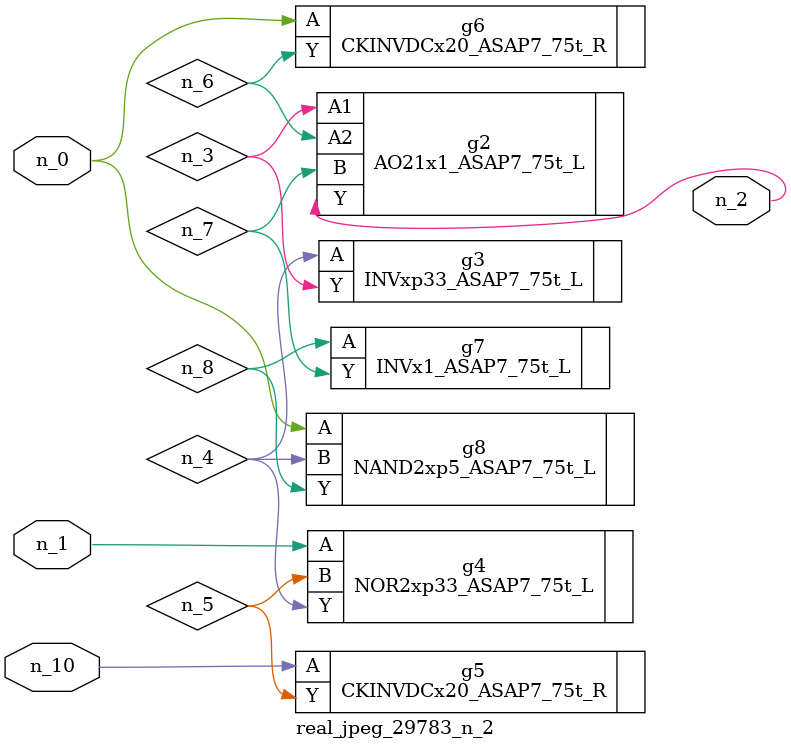
<source format=v>
module real_jpeg_29783_n_2 (n_1, n_10, n_0, n_2);

input n_1;
input n_10;
input n_0;

output n_2;

wire n_5;
wire n_4;
wire n_8;
wire n_6;
wire n_7;
wire n_3;

CKINVDCx20_ASAP7_75t_R g6 ( 
.A(n_0),
.Y(n_6)
);

NAND2xp5_ASAP7_75t_L g8 ( 
.A(n_0),
.B(n_4),
.Y(n_8)
);

NOR2xp33_ASAP7_75t_L g4 ( 
.A(n_1),
.B(n_5),
.Y(n_4)
);

AO21x1_ASAP7_75t_L g2 ( 
.A1(n_3),
.A2(n_6),
.B(n_7),
.Y(n_2)
);

INVxp33_ASAP7_75t_L g3 ( 
.A(n_4),
.Y(n_3)
);

INVx1_ASAP7_75t_L g7 ( 
.A(n_8),
.Y(n_7)
);

CKINVDCx20_ASAP7_75t_R g5 ( 
.A(n_10),
.Y(n_5)
);


endmodule
</source>
